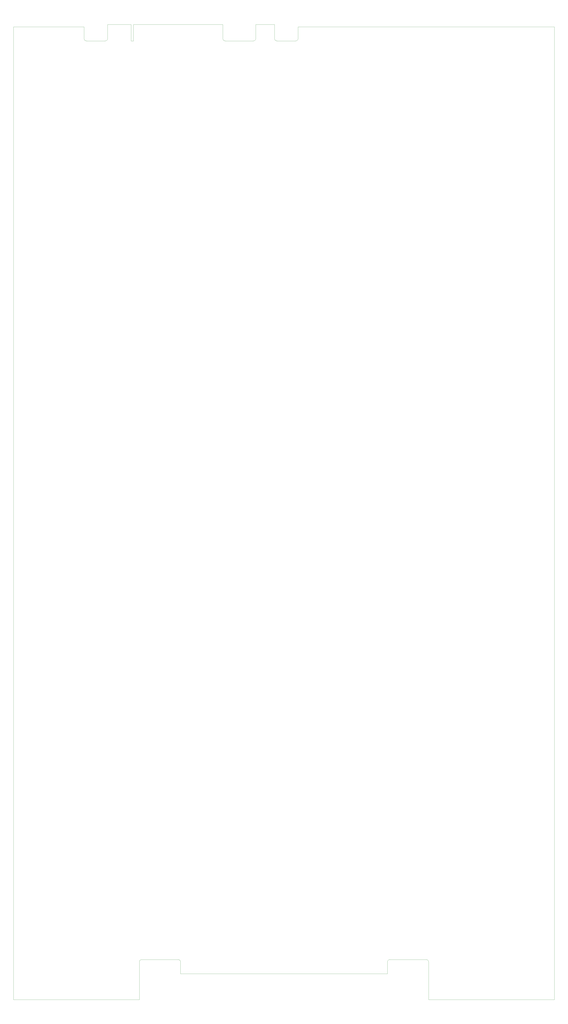
<source format=gbr>
G04 #@! TF.GenerationSoftware,KiCad,Pcbnew,(5.1.5)-3*
G04 #@! TF.CreationDate,2021-04-13T21:01:33-06:00*
G04 #@! TF.ProjectId,Star_Wars_Vector_PCB,53746172-5f57-4617-9273-5f566563746f,rev?*
G04 #@! TF.SameCoordinates,Original*
G04 #@! TF.FileFunction,Profile,NP*
%FSLAX46Y46*%
G04 Gerber Fmt 4.6, Leading zero omitted, Abs format (unit mm)*
G04 Created by KiCad (PCBNEW (5.1.5)-3) date 2021-04-13 21:01:33*
%MOMM*%
%LPD*%
G04 APERTURE LIST*
%ADD10C,0.025400*%
G04 APERTURE END LIST*
D10*
X179070000Y-53975000D02*
X179070000Y-47625000D01*
X63500000Y-53975000D02*
X63500000Y-47625000D01*
X166370000Y-46355000D02*
X166370000Y-53975000D01*
X156210000Y-53975000D02*
X156210000Y-46355000D01*
X138430000Y-46355000D02*
X138430000Y-53975000D01*
X76200000Y-53975000D02*
X76200000Y-46355000D01*
X317500000Y-572135000D02*
X317500000Y-47625000D01*
X25400000Y-572135000D02*
X25400000Y-47625000D01*
X115570000Y-558165000D02*
X115570000Y-551815000D01*
X227330000Y-558165000D02*
X115570000Y-558165000D01*
X227330000Y-551815000D02*
X227330000Y-558165000D01*
X115570000Y-551815000D02*
G75*
G03X114300000Y-550545000I-1270000J0D01*
G01*
X94615000Y-550545000D02*
X114300000Y-550545000D01*
X228600000Y-550545000D02*
G75*
G03X227330000Y-551815000I0J-1270000D01*
G01*
X248285000Y-550545000D02*
X228600000Y-550545000D01*
X249555000Y-551815000D02*
G75*
G03X248285000Y-550545000I-1270000J0D01*
G01*
X249555000Y-572135000D02*
X249555000Y-551815000D01*
X94615000Y-550545000D02*
G75*
G03X93345000Y-551815000I0J-1270000D01*
G01*
X93345000Y-572135000D02*
X93345000Y-551815000D01*
X25400000Y-572135000D02*
X93345000Y-572135000D01*
X317500000Y-572135000D02*
X249555000Y-572135000D01*
X177800000Y-55245000D02*
X167640000Y-55245000D01*
X177800000Y-55245000D02*
G75*
G03X179070000Y-53975000I0J1270000D01*
G01*
X166370000Y-53975000D02*
G75*
G03X167640000Y-55245000I1270000J0D01*
G01*
X154940000Y-55245000D02*
X139700000Y-55245000D01*
X154940000Y-55245000D02*
G75*
G03X156210000Y-53975000I0J1270000D01*
G01*
X138430000Y-53975000D02*
G75*
G03X139700000Y-55245000I1270000J0D01*
G01*
X74930000Y-55245000D02*
X64770000Y-55245000D01*
X74930000Y-55245000D02*
G75*
G03X76200000Y-53975000I0J1270000D01*
G01*
X63500000Y-53975000D02*
G75*
G03X64770000Y-55245000I1270000J0D01*
G01*
X90170000Y-55245000D02*
X90170000Y-46355000D01*
X88900000Y-55245000D02*
X90170000Y-55245000D01*
X88900000Y-46355000D02*
X88900000Y-55245000D01*
X179070000Y-47625000D02*
X317500000Y-47625000D01*
X156210000Y-46355000D02*
X166370000Y-46355000D01*
X90170000Y-46355000D02*
X138430000Y-46355000D01*
X76200000Y-46355000D02*
X88900000Y-46355000D01*
X25400000Y-47625000D02*
X63500000Y-47625000D01*
M02*

</source>
